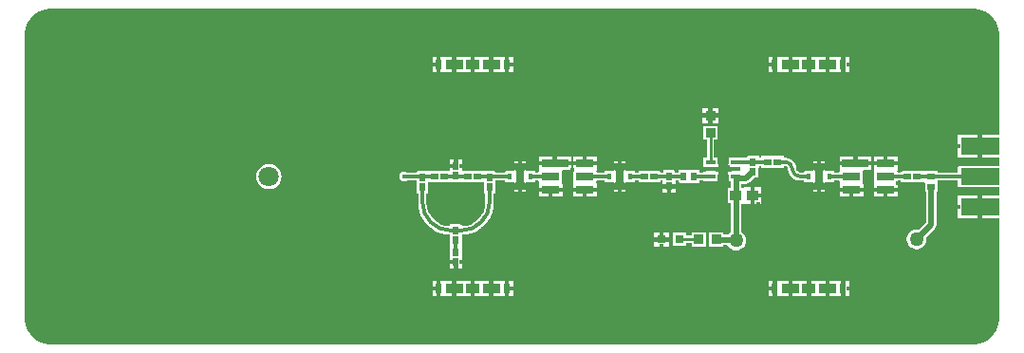
<source format=gbr>
G04*
G04 #@! TF.GenerationSoftware,Altium Limited,Altium Designer,24.9.1 (31)*
G04*
G04 Layer_Physical_Order=1*
G04 Layer_Color=255*
%FSLAX25Y25*%
%MOIN*%
G70*
G04*
G04 #@! TF.SameCoordinates,BE83DA22-E0C5-4DDF-BF2C-7847B46FCBB1*
G04*
G04*
G04 #@! TF.FilePolarity,Positive*
G04*
G01*
G75*
%ADD12C,0.01000*%
%ADD16R,0.03937X0.03740*%
%ADD17R,0.02598X0.02441*%
%ADD18R,0.02441X0.02598*%
%ADD19R,0.02362X0.03543*%
%ADD20R,0.05906X0.03543*%
%ADD21R,0.04724X0.03543*%
%ADD22R,0.02874X0.02008*%
%ADD23R,0.06299X0.02559*%
%ADD24R,0.09252X0.02559*%
%ADD25R,0.13780X0.05906*%
%ADD26R,0.02008X0.02874*%
%ADD27R,0.03347X0.01575*%
%ADD28R,0.25591X0.25591*%
%ADD29R,0.03543X0.03347*%
%ADD30R,0.03150X0.03150*%
%ADD31R,0.03347X0.03543*%
%ADD35R,0.01575X0.01968*%
%ADD36R,0.01968X0.01968*%
%ADD52C,0.01575*%
%ADD54C,0.01181*%
%ADD55C,0.02520*%
%ADD56C,0.01968*%
%ADD57C,0.07087*%
%ADD58C,0.21654*%
%ADD59C,0.01772*%
%ADD60C,0.05000*%
G36*
X332677Y118110D02*
X333647Y118110D01*
X335548Y117732D01*
X337339Y116990D01*
X338951Y115913D01*
X340322Y114542D01*
X341400Y112930D01*
X342141Y111139D01*
X342520Y109237D01*
X342520Y108268D01*
X342520D01*
X342520Y108268D01*
X342520Y73638D01*
X336380D01*
Y72518D01*
X334880D01*
Y73638D01*
X327740D01*
Y70435D01*
X328860D01*
Y68935D01*
X327740D01*
Y65732D01*
X334880D01*
Y66852D01*
X336380D01*
Y65732D01*
X342520D01*
Y62874D01*
X327874D01*
Y60540D01*
X320807D01*
Y61004D01*
X316201D01*
Y61004D01*
X315709Y61023D01*
Y61142D01*
X307913D01*
Y60540D01*
X306830D01*
X306476Y60894D01*
Y61055D01*
X306610Y61500D01*
X306610Y61645D01*
Y63029D01*
X305490D01*
Y64530D01*
X306610D01*
Y66059D01*
X303211D01*
Y64939D01*
X301711D01*
Y66059D01*
X298311D01*
Y64530D01*
X299431D01*
Y63029D01*
X298311D01*
Y61645D01*
X298311Y61500D01*
X298445Y61055D01*
Y61000D01*
Y57055D01*
X298311Y56610D01*
X298311Y56465D01*
Y55081D01*
X299431D01*
Y53581D01*
X298311D01*
Y52051D01*
X301711D01*
Y53171D01*
X303211D01*
Y52051D01*
X306610D01*
Y53581D01*
X305490D01*
Y55081D01*
X306610D01*
Y56465D01*
X306610Y56610D01*
X306476Y57055D01*
Y57216D01*
X306830Y57570D01*
X307913D01*
Y56968D01*
X315709D01*
Y56968D01*
X316175Y56887D01*
X316280Y56792D01*
Y53720D01*
X316698D01*
Y42874D01*
X314248Y40425D01*
X313386Y40538D01*
X312472Y40418D01*
X311621Y40065D01*
X310890Y39504D01*
X310329Y38773D01*
X309976Y37922D01*
X309856Y37008D01*
X309976Y36094D01*
X310329Y35243D01*
X310890Y34512D01*
X311621Y33951D01*
X312472Y33598D01*
X313386Y33478D01*
X314300Y33598D01*
X315151Y33951D01*
X315882Y34512D01*
X316443Y35243D01*
X316796Y36094D01*
X316916Y37008D01*
X316803Y37870D01*
X319781Y40849D01*
X320173Y41435D01*
X320310Y42126D01*
Y53720D01*
X320728D01*
Y57264D01*
X320807D01*
Y57570D01*
X327874D01*
Y55236D01*
X342520D01*
Y52378D01*
X336380D01*
Y51258D01*
X334880D01*
Y52378D01*
X327740D01*
Y49175D01*
X328860D01*
Y47675D01*
X327740D01*
Y44472D01*
X334880D01*
Y45592D01*
X336380D01*
Y44472D01*
X342520D01*
X342520Y9843D01*
X342520Y8873D01*
X342141Y6972D01*
X341400Y5180D01*
X340322Y3568D01*
X338951Y2197D01*
X337339Y1120D01*
X335548Y378D01*
X333646Y-0D01*
X332677Y0D01*
X9843D01*
X8873Y-0D01*
X6972Y378D01*
X5180Y1120D01*
X3568Y2197D01*
X2197Y3568D01*
X1120Y5180D01*
X378Y6972D01*
X0Y8873D01*
X0Y9843D01*
X0Y9843D01*
Y108268D01*
Y109237D01*
X378Y111139D01*
X1120Y112930D01*
X2197Y114542D01*
X3568Y115913D01*
X5180Y116990D01*
X6972Y117732D01*
X8873Y118110D01*
X9843D01*
X9843Y118110D01*
X332677Y118110D01*
D02*
G37*
%LPC*%
G36*
X289779Y101197D02*
X288348D01*
Y100077D01*
X286848D01*
Y101197D01*
X282837D01*
Y100077D01*
X281337D01*
Y101197D01*
X276341D01*
Y100077D01*
X274840D01*
Y101197D01*
X269845D01*
Y100077D01*
X268344D01*
Y101197D01*
X264333D01*
Y100077D01*
X262833D01*
Y101197D01*
X261402D01*
Y99175D01*
X262522D01*
Y97675D01*
X261402D01*
Y95653D01*
X262833D01*
Y96774D01*
X264333D01*
Y95653D01*
X268344D01*
Y96774D01*
X269845D01*
Y95653D01*
X274840D01*
Y96774D01*
X276341D01*
Y95653D01*
X281337D01*
Y96774D01*
X282837D01*
Y95653D01*
X286848D01*
Y96774D01*
X288348D01*
Y95653D01*
X289779D01*
Y97675D01*
X288659D01*
Y99175D01*
X289779D01*
Y101197D01*
D02*
G37*
G36*
X171669D02*
X170238D01*
Y100077D01*
X168738D01*
Y101197D01*
X164726D01*
Y100077D01*
X163226D01*
Y101197D01*
X158230D01*
Y100077D01*
X156730D01*
Y101197D01*
X151734D01*
Y100077D01*
X150234D01*
Y101197D01*
X146222D01*
Y100077D01*
X144722D01*
Y101197D01*
X143291D01*
Y99175D01*
X144411D01*
Y97675D01*
X143291D01*
Y95653D01*
X144722D01*
Y96774D01*
X146222D01*
Y95653D01*
X150234D01*
Y96774D01*
X151734D01*
Y95653D01*
X156730D01*
Y96774D01*
X158230D01*
Y95653D01*
X163226D01*
Y96774D01*
X164726D01*
Y95653D01*
X168738D01*
Y96774D01*
X170238D01*
Y95653D01*
X171669D01*
Y97675D01*
X170549D01*
Y99175D01*
X171669D01*
Y101197D01*
D02*
G37*
G36*
X243717Y83185D02*
X241695D01*
Y82065D01*
X240195D01*
Y83185D01*
X238173D01*
Y81262D01*
X239293D01*
Y79762D01*
X238173D01*
Y77839D01*
X240195D01*
Y78959D01*
X241695D01*
Y77839D01*
X243717D01*
Y79762D01*
X242597D01*
Y81262D01*
X243717D01*
Y83185D01*
D02*
G37*
G36*
X257992Y66339D02*
X253819D01*
Y65658D01*
X252452D01*
Y65827D01*
X247374D01*
Y63402D01*
X247240D01*
Y62364D01*
X248360D01*
Y60864D01*
X247240D01*
Y59827D01*
X247452D01*
Y57480D01*
X248150D01*
Y55020D01*
X247047D01*
Y49705D01*
X248150D01*
Y39606D01*
X247504Y39110D01*
X247106Y38592D01*
X245421D01*
Y39516D01*
X240500D01*
Y34398D01*
X245421D01*
Y34979D01*
X246889D01*
X246943Y34849D01*
X247504Y34118D01*
X248235Y33557D01*
X249086Y33204D01*
X250000Y33084D01*
X250914Y33204D01*
X251765Y33557D01*
X252496Y34118D01*
X253057Y34849D01*
X253410Y35701D01*
X253530Y36614D01*
X253410Y37528D01*
X253057Y38379D01*
X252496Y39110D01*
X251765Y39671D01*
X251763Y39672D01*
Y49351D01*
X252116Y49705D01*
X252328Y49705D01*
X252740Y49492D01*
X252971Y49492D01*
X254959D01*
Y50612D01*
X256459D01*
Y49492D01*
X258677D01*
Y51612D01*
X257557D01*
Y53112D01*
X258677D01*
Y55232D01*
X256459D01*
Y54112D01*
X254959D01*
Y55232D01*
X252740D01*
X252328Y55020D01*
X252116Y55020D01*
X251763Y55373D01*
Y56461D01*
X253543D01*
X254235Y56599D01*
X254821Y56990D01*
X256452Y58622D01*
X257913D01*
Y62008D01*
X257992D01*
Y62688D01*
X258914D01*
Y62087D01*
X266710D01*
Y62688D01*
X267323D01*
Y62683D01*
X267657Y62617D01*
X267940Y62428D01*
X268056Y62255D01*
X268192Y61811D01*
X268192Y61811D01*
X268337Y60711D01*
X268761Y59686D01*
X269437Y58807D01*
X270317Y58131D01*
X271341Y57707D01*
X272441Y57562D01*
Y57570D01*
X273740D01*
Y57205D01*
X277047Y57205D01*
X277150Y56747D01*
Y56559D01*
X277874Y57284D01*
X280394D01*
X281118Y56559D01*
Y56747D01*
X281221Y57205D01*
X281618Y57205D01*
X284528D01*
Y57570D01*
X286083D01*
X286437Y57216D01*
Y57055D01*
X286303Y56610D01*
X286303Y56465D01*
Y55081D01*
X287423D01*
Y53581D01*
X286303D01*
Y52051D01*
X289703D01*
Y53171D01*
X291203D01*
Y52051D01*
X294602D01*
Y53581D01*
X293482D01*
Y55081D01*
X294602D01*
Y56465D01*
X294602Y56610D01*
X294468Y57055D01*
Y57110D01*
Y61000D01*
X294468Y61201D01*
X294845Y61500D01*
X297555D01*
Y63029D01*
X296435D01*
Y64530D01*
X297555D01*
Y66059D01*
X292679D01*
Y64939D01*
X291179D01*
Y66059D01*
X286303D01*
Y64530D01*
X287423D01*
Y63029D01*
X286303D01*
Y61645D01*
X286303Y61500D01*
X286437Y61055D01*
Y60894D01*
X286083Y60540D01*
X284528D01*
Y60905D01*
X281221Y60905D01*
X281118Y61363D01*
Y61551D01*
X280394Y60827D01*
X277874D01*
X277150Y61551D01*
Y61363D01*
X277047Y60905D01*
X276650Y60905D01*
X273740D01*
Y60540D01*
X272441D01*
X272433Y60539D01*
X271954Y60634D01*
X271540Y60910D01*
X271264Y61324D01*
X271260Y61346D01*
X271175Y61811D01*
X271175D01*
X271043Y62808D01*
X270659Y63737D01*
X270046Y64535D01*
X269249Y65147D01*
X268320Y65532D01*
X267323Y65663D01*
Y65658D01*
X266710D01*
Y66260D01*
X258914D01*
Y65658D01*
X257992D01*
Y66339D01*
D02*
G37*
G36*
X191945Y66059D02*
X187069D01*
Y64939D01*
X185569D01*
Y66059D01*
X180693D01*
Y64530D01*
X181813D01*
Y63029D01*
X180693D01*
Y61645D01*
X180693Y61500D01*
X180827Y61055D01*
Y60894D01*
X180473Y60540D01*
X179525D01*
Y60905D01*
X176217Y60905D01*
X176115Y61363D01*
Y61551D01*
X175391Y60827D01*
X172871D01*
X172147Y61551D01*
Y61363D01*
X172044Y60905D01*
X171647Y60905D01*
X168737D01*
Y60540D01*
X165472D01*
Y60984D01*
X161378D01*
Y61142D01*
X153795D01*
Y62006D01*
X152675D01*
Y63506D01*
X153795D01*
Y65055D01*
X152325D01*
Y63935D01*
X150825D01*
Y65055D01*
X149354D01*
Y63506D01*
X150474D01*
Y62006D01*
X149354D01*
Y61142D01*
X141772D01*
Y60984D01*
X137677D01*
Y60540D01*
X134395D01*
X134148Y60705D01*
X133465Y60841D01*
X132781Y60705D01*
X132202Y60318D01*
X131814Y59739D01*
X131678Y59055D01*
X131814Y58372D01*
X132202Y57792D01*
X132781Y57405D01*
X133465Y57269D01*
X134148Y57405D01*
X134395Y57570D01*
X137677D01*
Y53189D01*
X138278D01*
Y50079D01*
X138272D01*
X138413Y48281D01*
X138834Y46527D01*
X139524Y44861D01*
X140466Y43324D01*
X141638Y41953D01*
X143009Y40781D01*
X144546Y39839D01*
X146212Y39149D01*
X147966Y38728D01*
X149488Y38608D01*
Y34449D01*
Y31276D01*
X149354D01*
Y29726D01*
X150474D01*
Y28226D01*
X149354D01*
Y26677D01*
X150825D01*
Y27797D01*
X152325D01*
Y26677D01*
X153795D01*
Y28226D01*
X152675D01*
Y29726D01*
X153795D01*
Y31276D01*
X153661D01*
Y34449D01*
Y38608D01*
X155184Y38728D01*
X156937Y39149D01*
X158603Y39839D01*
X160141Y40781D01*
X161512Y41953D01*
X162683Y43324D01*
X163625Y44861D01*
X164315Y46527D01*
X164736Y48281D01*
X164878Y50079D01*
X164871D01*
Y53189D01*
X165472D01*
Y57570D01*
X168737D01*
Y57205D01*
X172044Y57205D01*
X172147Y56747D01*
Y56559D01*
X172871Y57284D01*
X175391D01*
X176115Y56559D01*
Y56747D01*
X176217Y57205D01*
X176615Y57205D01*
X179525D01*
Y57570D01*
X180473D01*
X180827Y57216D01*
Y57055D01*
X180693Y56610D01*
X180693Y56465D01*
Y55081D01*
X181813D01*
Y53581D01*
X180693D01*
Y52051D01*
X184092D01*
Y53171D01*
X185592D01*
Y52051D01*
X188992D01*
Y53581D01*
X187872D01*
Y55081D01*
X188992D01*
Y56465D01*
X188992Y56610D01*
X188858Y57055D01*
Y57110D01*
Y61000D01*
X188858Y61201D01*
X189234Y61500D01*
X191945D01*
Y63029D01*
X190825D01*
Y64530D01*
X191945D01*
Y66059D01*
D02*
G37*
G36*
X281118Y64386D02*
X279884D01*
Y63583D01*
X281118D01*
Y64386D01*
D02*
G37*
G36*
X278384D02*
X277150D01*
Y63583D01*
X278384D01*
Y64386D01*
D02*
G37*
G36*
X176115D02*
X174881D01*
Y63583D01*
X176115D01*
Y64386D01*
D02*
G37*
G36*
X173381D02*
X172147D01*
Y63583D01*
X173381D01*
Y64386D01*
D02*
G37*
G36*
X211062Y64386D02*
X209828D01*
Y63583D01*
X211062D01*
Y64386D01*
D02*
G37*
G36*
X208328D02*
X207094D01*
Y63583D01*
X208328D01*
Y64386D01*
D02*
G37*
G36*
X243504Y76870D02*
X238386D01*
Y71949D01*
X239632D01*
Y65748D01*
X238594D01*
Y63402D01*
X238381D01*
Y62364D01*
X239501D01*
Y60864D01*
X238381D01*
Y60540D01*
X237081D01*
Y61358D01*
X229719D01*
Y60540D01*
X228521D01*
Y61221D01*
X224348D01*
Y60540D01*
X223426D01*
Y61142D01*
X215630D01*
Y60540D01*
X214472D01*
Y60905D01*
X211165Y60905D01*
X211062Y61363D01*
Y61551D01*
X210338Y60827D01*
X207818D01*
X207094Y61551D01*
Y61363D01*
X206992Y60905D01*
X206594Y60905D01*
X203684D01*
Y60540D01*
X201220D01*
X200866Y60894D01*
Y61055D01*
X201000Y61500D01*
X201000Y61645D01*
Y63029D01*
X199880D01*
Y64530D01*
X201000D01*
Y66059D01*
X197600D01*
Y64939D01*
X196100D01*
Y66059D01*
X192701D01*
Y64530D01*
X193821D01*
Y63029D01*
X192701D01*
Y61645D01*
X192701Y61500D01*
X192835Y61055D01*
Y61000D01*
Y57055D01*
X192701Y56610D01*
X192701Y56465D01*
Y55081D01*
X193821D01*
Y53581D01*
X192701D01*
Y52051D01*
X196100D01*
Y53171D01*
X197600D01*
Y52051D01*
X201000D01*
Y53581D01*
X199880D01*
Y55081D01*
X201000D01*
Y56465D01*
X201000Y56610D01*
X200866Y57055D01*
Y57216D01*
X201220Y57570D01*
X203684D01*
Y57205D01*
X206992Y57205D01*
X207094Y56747D01*
Y56559D01*
X207818Y57284D01*
X210338D01*
X211062Y56559D01*
Y56747D01*
X211165Y57205D01*
X211562Y57205D01*
X214472D01*
Y57570D01*
X215630D01*
Y56968D01*
X223426D01*
Y57570D01*
X224214D01*
Y56340D01*
X225334D01*
Y54840D01*
X224214D01*
Y53291D01*
X225684D01*
Y54411D01*
X227185D01*
Y53291D01*
X228655D01*
Y54840D01*
X227535D01*
Y56340D01*
X228655D01*
Y57570D01*
X229719D01*
Y56752D01*
X237081D01*
Y57570D01*
X238515D01*
Y57402D01*
X243594D01*
Y59827D01*
X243728D01*
Y60864D01*
X242608D01*
Y62364D01*
X243728D01*
Y63402D01*
X243515D01*
Y65748D01*
X242257D01*
Y71949D01*
X243504D01*
Y76870D01*
D02*
G37*
G36*
X85827Y63503D02*
X84676Y63351D01*
X83603Y62907D01*
X82682Y62200D01*
X81975Y61279D01*
X81531Y60206D01*
X81379Y59055D01*
X81531Y57904D01*
X81975Y56831D01*
X82682Y55910D01*
X83603Y55203D01*
X84676Y54759D01*
X85827Y54608D01*
X86978Y54759D01*
X88051Y55203D01*
X88972Y55910D01*
X89678Y56831D01*
X90123Y57904D01*
X90274Y59055D01*
X90123Y60206D01*
X89678Y61279D01*
X88972Y62200D01*
X88051Y62907D01*
X86978Y63351D01*
X85827Y63503D01*
D02*
G37*
G36*
X281118Y54528D02*
X279884D01*
Y53724D01*
X281118D01*
Y54528D01*
D02*
G37*
G36*
X278384D02*
X277150D01*
Y53724D01*
X278384D01*
Y54528D01*
D02*
G37*
G36*
X176115D02*
X174881D01*
Y53724D01*
X176115D01*
Y54528D01*
D02*
G37*
G36*
X173381D02*
X172147D01*
Y53724D01*
X173381D01*
Y54528D01*
D02*
G37*
G36*
X211062Y54527D02*
X209828D01*
Y53724D01*
X211062D01*
Y54527D01*
D02*
G37*
G36*
X208328D02*
X207094D01*
Y53724D01*
X208328D01*
Y54527D01*
D02*
G37*
G36*
X226335Y39531D02*
X224510D01*
Y38411D01*
X223010D01*
Y39531D01*
X221185D01*
Y37707D01*
X222305D01*
Y36207D01*
X221185D01*
Y34382D01*
X223010D01*
Y35502D01*
X224510D01*
Y34382D01*
X226335D01*
Y36207D01*
X225215D01*
Y37707D01*
X226335D01*
Y39531D01*
D02*
G37*
G36*
X239319Y39516D02*
X234398D01*
Y38269D01*
X232421D01*
Y39319D01*
X227697D01*
Y34595D01*
X232421D01*
Y35644D01*
X234398D01*
Y34398D01*
X239319D01*
Y39516D01*
D02*
G37*
G36*
X289779Y22457D02*
X288348D01*
Y21337D01*
X286848D01*
Y22457D01*
X282837D01*
Y21337D01*
X281337D01*
Y22457D01*
X276341D01*
Y21337D01*
X274840D01*
Y22457D01*
X269845D01*
Y21337D01*
X268344D01*
Y22457D01*
X264333D01*
Y21337D01*
X262833D01*
Y22457D01*
X261402D01*
Y20435D01*
X262522D01*
Y18935D01*
X261402D01*
Y16913D01*
X262833D01*
Y18034D01*
X264333D01*
Y16913D01*
X268344D01*
Y18034D01*
X269845D01*
Y16913D01*
X274840D01*
Y18034D01*
X276341D01*
Y16913D01*
X281337D01*
Y18034D01*
X282837D01*
Y16913D01*
X286848D01*
Y18034D01*
X288348D01*
Y16913D01*
X289779D01*
Y18935D01*
X288659D01*
Y20435D01*
X289779D01*
Y22457D01*
D02*
G37*
G36*
X171669D02*
X170238D01*
Y21337D01*
X168738D01*
Y22457D01*
X164726D01*
Y21337D01*
X163226D01*
Y22457D01*
X158230D01*
Y21337D01*
X156730D01*
Y22457D01*
X151734D01*
Y21337D01*
X150234D01*
Y22457D01*
X146222D01*
Y21337D01*
X144722D01*
Y22457D01*
X143291D01*
Y20435D01*
X144411D01*
Y18935D01*
X143291D01*
Y16913D01*
X144722D01*
Y18034D01*
X146222D01*
Y16913D01*
X150234D01*
Y18034D01*
X151734D01*
Y16913D01*
X156730D01*
Y18034D01*
X158230D01*
Y16913D01*
X163226D01*
Y18034D01*
X164726D01*
Y16913D01*
X168738D01*
Y18034D01*
X170238D01*
Y16913D01*
X171669D01*
Y18935D01*
X170549D01*
Y20435D01*
X171669D01*
Y22457D01*
D02*
G37*
%LPD*%
G36*
X153583Y56968D02*
X161299D01*
Y53189D01*
X161901D01*
Y50079D01*
X161914Y50013D01*
X161756Y48414D01*
X161271Y46813D01*
X160482Y45337D01*
X159421Y44044D01*
X158127Y42983D01*
X156652Y42194D01*
X155051Y41708D01*
X154032Y41608D01*
X153661Y41944D01*
Y42244D01*
X149488D01*
Y41944D01*
X149118Y41608D01*
X148099Y41708D01*
X146498Y42194D01*
X145022Y42983D01*
X143729Y44044D01*
X142668Y45337D01*
X141879Y46813D01*
X141393Y48414D01*
X141236Y50013D01*
X141249Y50079D01*
Y53189D01*
X141850D01*
Y56968D01*
X149567D01*
Y57126D01*
X153583D01*
Y56968D01*
D02*
G37*
D12*
X230059Y36957D02*
X236858D01*
X240945Y64567D02*
Y74410D01*
D16*
X249803Y52362D02*
D03*
X255709D02*
D03*
D17*
X261080Y64173D02*
D03*
X264544D02*
D03*
X217796Y59055D02*
D03*
X221260D02*
D03*
X310079D02*
D03*
X313543D02*
D03*
X155748Y59055D02*
D03*
X159213D02*
D03*
X143937D02*
D03*
X147402D02*
D03*
D18*
X255906Y60709D02*
D03*
Y64173D02*
D03*
X226434Y55590D02*
D03*
Y59055D02*
D03*
X163386Y58819D02*
D03*
Y55354D02*
D03*
X151575Y62756D02*
D03*
Y59291D02*
D03*
Y36614D02*
D03*
Y40079D02*
D03*
Y28976D02*
D03*
Y32441D02*
D03*
X139764Y58819D02*
D03*
Y55354D02*
D03*
D19*
X145472Y19685D02*
D03*
X169488D02*
D03*
Y98425D02*
D03*
X145472D02*
D03*
X287598D02*
D03*
X263583D02*
D03*
X287598Y19685D02*
D03*
X263583D02*
D03*
D20*
X150984D02*
D03*
X163976D02*
D03*
Y98425D02*
D03*
X150984D02*
D03*
X282087D02*
D03*
X269094D02*
D03*
X282087Y19685D02*
D03*
X269094D02*
D03*
D21*
X157480D02*
D03*
Y98425D02*
D03*
X275590D02*
D03*
Y19685D02*
D03*
D22*
X318504Y55512D02*
D03*
Y59134D02*
D03*
D23*
X302461Y63779D02*
D03*
Y59055D02*
D03*
Y54331D02*
D03*
X290453D02*
D03*
Y59055D02*
D03*
X184843D02*
D03*
Y54331D02*
D03*
X196850D02*
D03*
Y59055D02*
D03*
Y63779D02*
D03*
D24*
X291929D02*
D03*
X186319D02*
D03*
D25*
X335630Y69685D02*
D03*
Y48425D02*
D03*
Y59055D02*
D03*
D26*
X235211D02*
D03*
X231589D02*
D03*
D27*
X241055Y64173D02*
D03*
Y61614D02*
D03*
Y59055D02*
D03*
X249913Y64173D02*
D03*
Y61614D02*
D03*
Y59055D02*
D03*
D28*
X114173Y94488D02*
D03*
Y23622D02*
D03*
X43307Y94488D02*
D03*
Y23622D02*
D03*
D29*
X240945Y74410D02*
D03*
Y80512D02*
D03*
D30*
X223760Y36957D02*
D03*
X230059D02*
D03*
D31*
X242961D02*
D03*
X236858D02*
D03*
D35*
X177871Y59055D02*
D03*
X170391D02*
D03*
X275394D02*
D03*
X282874D02*
D03*
X212818Y59055D02*
D03*
X205338D02*
D03*
D36*
X174131Y62402D02*
D03*
Y55709D02*
D03*
X279134D02*
D03*
Y62402D02*
D03*
X209078Y62402D02*
D03*
Y55709D02*
D03*
D52*
X341600Y54400D02*
D03*
X154500Y29000D02*
D03*
X148500Y28000D02*
D03*
X112000Y54000D02*
D03*
X104500D02*
D03*
X108500Y51000D02*
D03*
X100500Y53500D02*
D03*
X93000Y54000D02*
D03*
X96500Y51500D02*
D03*
X177500Y53500D02*
D03*
X171000D02*
D03*
X174000Y52500D02*
D03*
X177500Y65000D02*
D03*
X171000D02*
D03*
X174000Y65500D02*
D03*
X282500Y65000D02*
D03*
X276000D02*
D03*
X279000Y65500D02*
D03*
X282500Y53500D02*
D03*
X276000D02*
D03*
X279000Y52500D02*
D03*
X212500Y65000D02*
D03*
X206000D02*
D03*
X209000Y65500D02*
D03*
X206000Y53000D02*
D03*
X213000Y53500D02*
D03*
X209000Y52500D02*
D03*
X151500Y56300D02*
D03*
X153936Y56251D02*
D03*
X156508Y56149D02*
D03*
X159083D02*
D03*
X160492Y53993D02*
D03*
X161061Y51482D02*
D03*
X160981Y48909D02*
D03*
X160157Y46469D02*
D03*
X158592Y44425D02*
D03*
X156441Y43011D02*
D03*
X153894Y42633D02*
D03*
X151355Y43064D02*
D03*
X148853Y42458D02*
D03*
X146383Y43185D02*
D03*
X144278Y44668D02*
D03*
X142821Y46790D02*
D03*
X142133Y49272D02*
D03*
X142089Y51846D02*
D03*
X142670Y54354D02*
D03*
X144517Y56149D02*
D03*
X147092D02*
D03*
X149200Y56100D02*
D03*
X192475Y61476D02*
D03*
X192015Y58943D02*
D03*
X202903Y56730D02*
D03*
X205455Y56385D02*
D03*
X205720Y61725D02*
D03*
X203169Y61380D02*
D03*
X178359Y61725D02*
D03*
X179341Y56538D02*
D03*
X189444Y56973D02*
D03*
X189678Y59537D02*
D03*
X285346Y61380D02*
D03*
X282795Y61725D02*
D03*
X282441Y56385D02*
D03*
X284993Y56730D02*
D03*
X295055Y56973D02*
D03*
X295288Y59537D02*
D03*
X340310Y63694D02*
D03*
X337736D02*
D03*
X335161D02*
D03*
X332586D02*
D03*
X330011D02*
D03*
X327499Y63127D02*
D03*
X325608Y61380D02*
D03*
X323033D02*
D03*
X320480Y61716D02*
D03*
X317908Y61824D02*
D03*
X315333Y61864D02*
D03*
X312760Y61962D02*
D03*
X310186D02*
D03*
X307651Y61510D02*
D03*
X297716Y60790D02*
D03*
X297625Y58217D02*
D03*
X306804Y56586D02*
D03*
X309341Y56149D02*
D03*
X311915Y56214D02*
D03*
X314489Y56149D02*
D03*
X322180Y56730D02*
D03*
X324755D02*
D03*
X327128Y55731D02*
D03*
X329342Y54416D02*
D03*
X331917D02*
D03*
X334492D02*
D03*
X337066D02*
D03*
X339300Y54400D02*
D03*
X233890Y62115D02*
D03*
X231316Y62178D02*
D03*
X228814Y61568D02*
D03*
X226283Y62040D02*
D03*
X223784Y61419D02*
D03*
X221268Y61962D02*
D03*
X218693D02*
D03*
X216119Y61886D02*
D03*
X213549Y61725D02*
D03*
X213985Y56460D02*
D03*
X216541Y56149D02*
D03*
X219116Y56153D02*
D03*
X221691Y56149D02*
D03*
X229343Y56501D02*
D03*
X231854Y55932D02*
D03*
X234429D02*
D03*
X236995Y56150D02*
D03*
X239533Y56582D02*
D03*
X242108D02*
D03*
X244335Y57873D02*
D03*
X244293Y60448D02*
D03*
X236860Y62050D02*
D03*
X84229Y64053D02*
D03*
X82048Y62684D02*
D03*
X80781Y60443D02*
D03*
X80717Y57869D02*
D03*
X81900Y55582D02*
D03*
X84032Y54138D02*
D03*
X86594Y53882D02*
D03*
X88969Y54875D02*
D03*
X90755Y56730D02*
D03*
X93330D02*
D03*
X100884Y56149D02*
D03*
X103458D02*
D03*
X110994Y56730D02*
D03*
X113568D02*
D03*
X116143D02*
D03*
X118718D02*
D03*
X121293D02*
D03*
X123868D02*
D03*
X126443D02*
D03*
X129017D02*
D03*
X131592D02*
D03*
X134162Y56577D02*
D03*
X136732Y56730D02*
D03*
X136857Y54158D02*
D03*
X137439Y51650D02*
D03*
X137528Y49077D02*
D03*
X137987Y46543D02*
D03*
X138986Y44170D02*
D03*
X140466Y42063D02*
D03*
X142328Y40285D02*
D03*
X148668Y36188D02*
D03*
Y33613D02*
D03*
X148689Y31039D02*
D03*
X154481Y31839D02*
D03*
X154337Y34409D02*
D03*
X154481Y36980D02*
D03*
X159117Y39192D02*
D03*
X161243Y40645D02*
D03*
X163044Y42484D02*
D03*
X164428Y44656D02*
D03*
X165292Y47081D02*
D03*
X165665Y49629D02*
D03*
X165711Y52203D02*
D03*
X166292Y54712D02*
D03*
X167891Y56730D02*
D03*
X170443Y56385D02*
D03*
X170863Y61725D02*
D03*
X168312Y61380D02*
D03*
X165737D02*
D03*
X163197Y61804D02*
D03*
X160626Y61939D02*
D03*
X158051Y61962D02*
D03*
X155477D02*
D03*
X147788D02*
D03*
X145213D02*
D03*
X142638D02*
D03*
X140068Y61804D02*
D03*
X137522Y61424D02*
D03*
X134947Y61380D02*
D03*
X132372D02*
D03*
X129798D02*
D03*
X127223D02*
D03*
X124648D02*
D03*
X122073D02*
D03*
X119498D02*
D03*
X116924D02*
D03*
X114349D02*
D03*
X111774D02*
D03*
X109234Y61804D02*
D03*
X106661Y61727D02*
D03*
X104096Y61962D02*
D03*
X101522D02*
D03*
X98948Y61885D02*
D03*
X96374Y61804D02*
D03*
X93835Y61380D02*
D03*
X91260D02*
D03*
X89265Y63008D02*
D03*
X86972Y64179D02*
D03*
X256093Y67158D02*
D03*
X253558Y66708D02*
D03*
X250984Y66647D02*
D03*
X248409D02*
D03*
X246554Y64861D02*
D03*
X246964Y62319D02*
D03*
X259694Y61284D02*
D03*
X262269Y61267D02*
D03*
X264844D02*
D03*
X267411Y61465D02*
D03*
X268235Y59026D02*
D03*
X270155Y57311D02*
D03*
X272664Y56730D02*
D03*
X275215Y56385D02*
D03*
X275900Y61800D02*
D03*
X273570Y61380D02*
D03*
X271760Y63212D02*
D03*
X270328Y65352D02*
D03*
X267978Y66404D02*
D03*
X265493Y67080D02*
D03*
X262919Y67015D02*
D03*
X260346Y67080D02*
D03*
X258300Y67100D02*
D03*
D54*
X269685Y61811D02*
G03*
X272441Y59055I2756J0D01*
G01*
X269685Y61811D02*
G03*
X267323Y64173I-2362J0D01*
G01*
X163386Y58819D02*
G03*
X163150Y59055I-236J0D01*
G01*
X163622Y59055D02*
G03*
X163386Y58819I0J-236D01*
G01*
X153386Y40079D02*
G03*
X163386Y50079I0J10000D01*
G01*
X139764D02*
G03*
X149764Y40079I10000J0D01*
G01*
X205338Y59055D02*
Y59055D01*
X196850D02*
X205338D01*
X196850D02*
X196850Y59055D01*
X272441Y59055D02*
X275394D01*
X264544Y64173D02*
X267323D01*
X313543Y59055D02*
X318110D01*
X283110D02*
X290453D01*
X318110D02*
X332677D01*
X302461D02*
X308504D01*
X249913Y64173D02*
X255906D01*
X261080D01*
X235211Y59055D02*
X241055D01*
X226434D02*
X231589D01*
X221260D02*
X226434D01*
X217796Y59055D02*
X217796Y59055D01*
X212818Y59055D02*
X217796D01*
X177871Y59055D02*
X184843D01*
X163622D02*
X170391D01*
X159213Y59055D02*
X163150D01*
X151575Y32441D02*
Y36614D01*
X151339Y59055D02*
X151575Y59291D01*
X147402Y59055D02*
X151339D01*
X151811D02*
X155748D01*
X151575Y59291D02*
X151811Y59055D01*
X149764Y40079D02*
X151575D01*
X153386D01*
X163386Y50079D02*
Y55354D01*
X139764Y50079D02*
Y55354D01*
Y58819D02*
X140000Y59055D01*
X143937D01*
X139528D02*
X139764Y58819D01*
X133465Y59055D02*
X139528D01*
D55*
X279134Y57284D02*
Y60827D01*
X209078Y57284D02*
Y60827D01*
X174131Y57284D02*
Y60827D01*
D56*
X313386Y37008D02*
X318504Y42126D01*
Y55512D01*
X255906Y60630D02*
Y60709D01*
X253543Y58268D02*
X255906Y60630D01*
X249956Y58268D02*
X253543D01*
X249829Y36785D02*
X249956Y36658D01*
Y58268D01*
Y36658D02*
X250000Y36614D01*
X243132Y36785D02*
X249829D01*
X242961Y36957D02*
X243132Y36785D01*
D57*
X85827Y59055D02*
D03*
D58*
X322835Y19685D02*
D03*
Y98425D02*
D03*
X15748Y59055D02*
D03*
D59*
X257874Y49213D02*
D03*
X334646Y108268D02*
D03*
Y84646D02*
D03*
Y37402D02*
D03*
Y13779D02*
D03*
X328740Y1968D02*
D03*
X322834Y84646D02*
D03*
X316929Y72834D02*
D03*
Y1968D02*
D03*
X311023Y108268D02*
D03*
X305118Y96457D02*
D03*
X311023Y84646D02*
D03*
X305118Y72834D02*
D03*
Y49213D02*
D03*
X311023Y13779D02*
D03*
X305118Y1968D02*
D03*
X299213Y108268D02*
D03*
X293307Y96457D02*
D03*
X299213Y84646D02*
D03*
X293307Y72834D02*
D03*
Y49213D02*
D03*
Y1968D02*
D03*
X287402Y108268D02*
D03*
Y84646D02*
D03*
X281496Y72834D02*
D03*
Y49213D02*
D03*
Y1968D02*
D03*
X275590Y108268D02*
D03*
Y84646D02*
D03*
X269685Y72834D02*
D03*
Y49213D02*
D03*
Y1968D02*
D03*
X263779Y108268D02*
D03*
X257874Y96457D02*
D03*
X263779Y84646D02*
D03*
X257874Y72834D02*
D03*
X263779Y13779D02*
D03*
X257874Y1968D02*
D03*
X251968Y108268D02*
D03*
X246063Y96457D02*
D03*
X251968Y84646D02*
D03*
X246063Y72834D02*
D03*
Y49213D02*
D03*
Y1968D02*
D03*
X240157Y108268D02*
D03*
X234252Y96457D02*
D03*
X240157Y84646D02*
D03*
X234252Y72834D02*
D03*
Y49213D02*
D03*
Y25591D02*
D03*
Y1968D02*
D03*
X228346Y108268D02*
D03*
X222441Y96457D02*
D03*
X228346Y84646D02*
D03*
X222441Y72834D02*
D03*
Y49213D02*
D03*
Y25591D02*
D03*
Y1968D02*
D03*
X216535Y108268D02*
D03*
X210630Y96457D02*
D03*
X216535Y84646D02*
D03*
X210630Y72834D02*
D03*
Y49213D02*
D03*
X216535Y37402D02*
D03*
X210630Y25591D02*
D03*
Y1968D02*
D03*
X204724Y108268D02*
D03*
X198819Y96457D02*
D03*
X204724Y84646D02*
D03*
X198819Y72834D02*
D03*
Y49213D02*
D03*
X204724Y37402D02*
D03*
X198819Y25591D02*
D03*
Y1968D02*
D03*
X192913Y108268D02*
D03*
X187008Y96457D02*
D03*
X192913Y84646D02*
D03*
X187008Y72834D02*
D03*
Y49213D02*
D03*
X192913Y37402D02*
D03*
X187008Y25591D02*
D03*
X192913Y13779D02*
D03*
X187008Y1968D02*
D03*
X181102Y108268D02*
D03*
X175197Y96457D02*
D03*
X181102Y84646D02*
D03*
X175197Y72834D02*
D03*
Y49213D02*
D03*
X181102Y37402D02*
D03*
X175197Y25591D02*
D03*
X181102Y13779D02*
D03*
X175197Y1968D02*
D03*
X169291Y108268D02*
D03*
Y84646D02*
D03*
X163386Y72834D02*
D03*
X169291Y37402D02*
D03*
X163386Y25591D02*
D03*
X169291Y13779D02*
D03*
X163386Y1968D02*
D03*
X157480Y108268D02*
D03*
Y84646D02*
D03*
X151575Y72834D02*
D03*
Y49213D02*
D03*
X157480Y37402D02*
D03*
X151575Y25591D02*
D03*
X157480Y13779D02*
D03*
X151575Y1968D02*
D03*
X145669Y108268D02*
D03*
X139764Y96457D02*
D03*
X145669Y84646D02*
D03*
X139764Y72834D02*
D03*
X145669Y37402D02*
D03*
X139764Y25591D02*
D03*
X145669Y13779D02*
D03*
X139764Y1968D02*
D03*
X133858Y108268D02*
D03*
Y84646D02*
D03*
X127953Y72834D02*
D03*
Y49213D02*
D03*
X133858Y37402D02*
D03*
Y13779D02*
D03*
X127953Y1968D02*
D03*
X116142Y72834D02*
D03*
Y49213D02*
D03*
Y1968D02*
D03*
X104331Y72834D02*
D03*
Y49213D02*
D03*
Y1968D02*
D03*
X98425Y108268D02*
D03*
X92520Y96457D02*
D03*
X98425Y84646D02*
D03*
X92520Y72834D02*
D03*
Y49213D02*
D03*
X98425Y37402D02*
D03*
X92520Y25591D02*
D03*
X98425Y13779D02*
D03*
X92520Y1968D02*
D03*
X86614Y108268D02*
D03*
X80709Y96457D02*
D03*
X86614Y84646D02*
D03*
X80709Y72834D02*
D03*
Y49213D02*
D03*
X86614Y37402D02*
D03*
X80709Y25591D02*
D03*
X86614Y13779D02*
D03*
X80709Y1968D02*
D03*
X74803Y108268D02*
D03*
X68898Y96457D02*
D03*
X74803Y84646D02*
D03*
X68898Y72834D02*
D03*
X74803Y61023D02*
D03*
X68898Y49213D02*
D03*
X74803Y37402D02*
D03*
X68898Y25591D02*
D03*
X74803Y13779D02*
D03*
X68898Y1968D02*
D03*
X62992Y108268D02*
D03*
Y84646D02*
D03*
X57087Y72834D02*
D03*
X62992Y61023D02*
D03*
X57087Y49213D02*
D03*
X62992Y37402D02*
D03*
Y13779D02*
D03*
X57087Y1968D02*
D03*
X45276Y72834D02*
D03*
X51181Y61023D02*
D03*
X45276Y49213D02*
D03*
Y1968D02*
D03*
X33465Y72834D02*
D03*
X39370Y61023D02*
D03*
X33465Y49213D02*
D03*
Y1968D02*
D03*
X27559Y108268D02*
D03*
X21654Y96457D02*
D03*
X27559Y84646D02*
D03*
X21654Y72834D02*
D03*
X27559Y37402D02*
D03*
X21654Y25591D02*
D03*
X27559Y13779D02*
D03*
X21654Y1968D02*
D03*
X15748Y108268D02*
D03*
X9843Y96457D02*
D03*
X15748Y84646D02*
D03*
X9843Y72834D02*
D03*
X15748Y37402D02*
D03*
X9843Y25591D02*
D03*
X15748Y13779D02*
D03*
X9843Y1968D02*
D03*
X133465Y59055D02*
D03*
D60*
X313386Y37008D02*
D03*
X250000Y36614D02*
D03*
M02*

</source>
